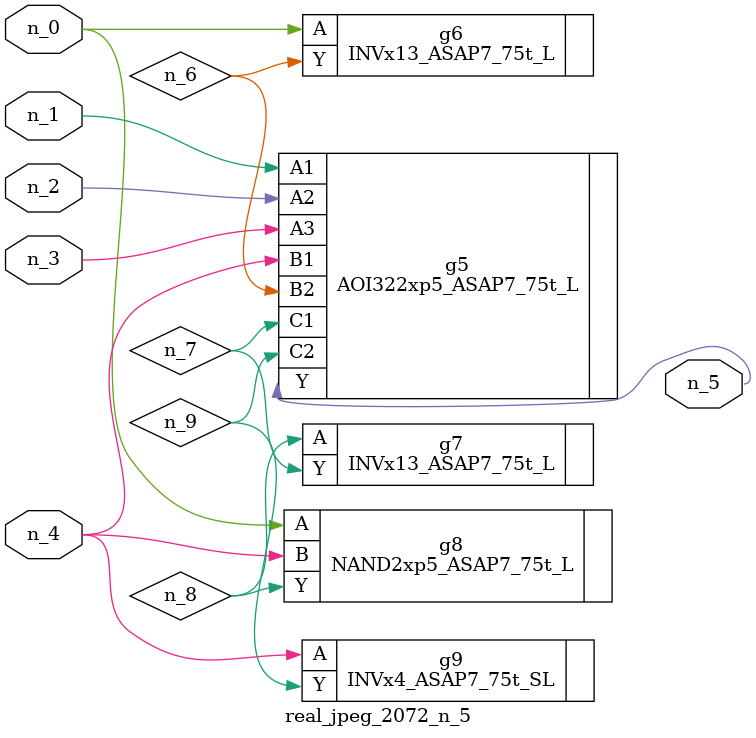
<source format=v>
module real_jpeg_2072_n_5 (n_4, n_0, n_1, n_2, n_3, n_5);

input n_4;
input n_0;
input n_1;
input n_2;
input n_3;

output n_5;

wire n_8;
wire n_6;
wire n_7;
wire n_9;

INVx13_ASAP7_75t_L g6 ( 
.A(n_0),
.Y(n_6)
);

NAND2xp5_ASAP7_75t_L g8 ( 
.A(n_0),
.B(n_4),
.Y(n_8)
);

AOI322xp5_ASAP7_75t_L g5 ( 
.A1(n_1),
.A2(n_2),
.A3(n_3),
.B1(n_4),
.B2(n_6),
.C1(n_7),
.C2(n_9),
.Y(n_5)
);

INVx4_ASAP7_75t_SL g9 ( 
.A(n_4),
.Y(n_9)
);

INVx13_ASAP7_75t_L g7 ( 
.A(n_8),
.Y(n_7)
);


endmodule
</source>
